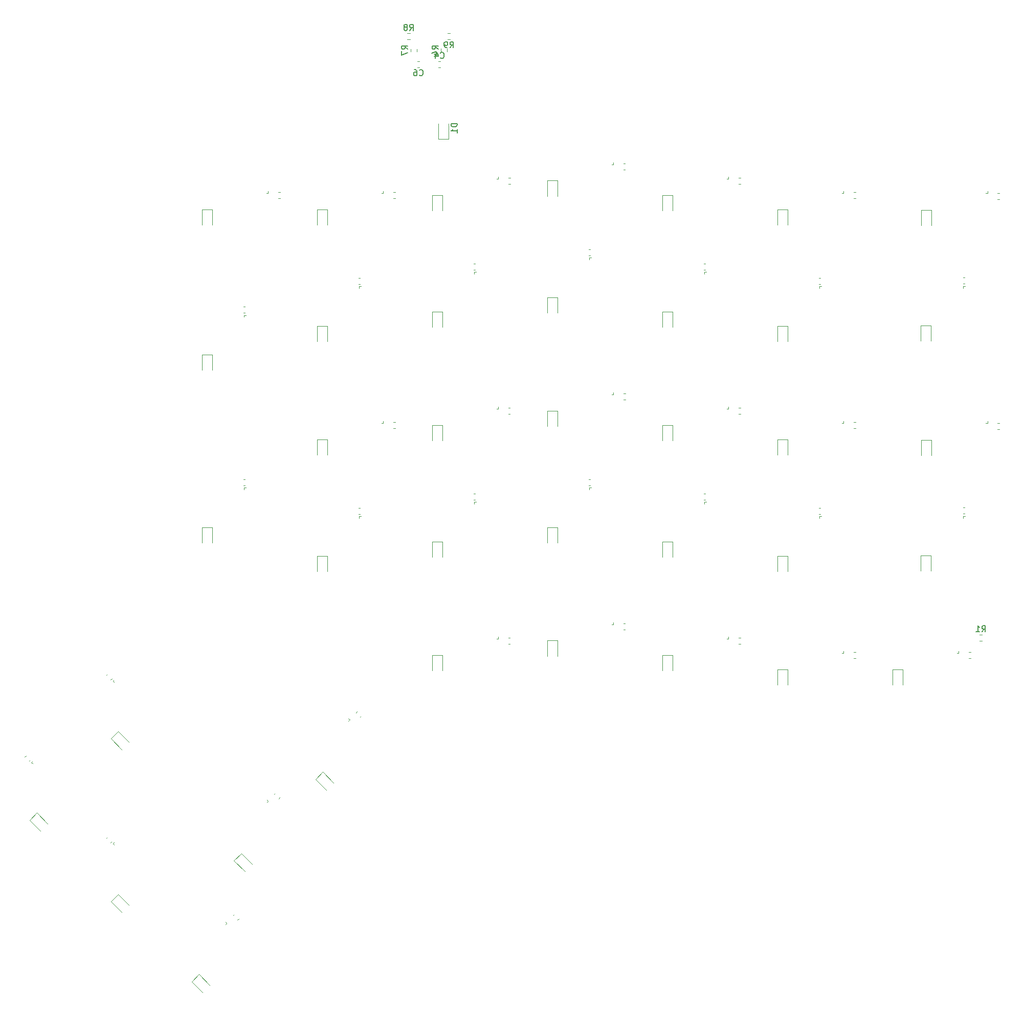
<source format=gbr>
%TF.GenerationSoftware,KiCad,Pcbnew,(5.1.8)-1*%
%TF.CreationDate,2022-07-09T18:06:19+10:00*%
%TF.ProjectId,ergonomic_split_right,6572676f-6e6f-46d6-9963-5f73706c6974,rev?*%
%TF.SameCoordinates,Original*%
%TF.FileFunction,Legend,Bot*%
%TF.FilePolarity,Positive*%
%FSLAX46Y46*%
G04 Gerber Fmt 4.6, Leading zero omitted, Abs format (unit mm)*
G04 Created by KiCad (PCBNEW (5.1.8)-1) date 2022-07-09 18:06:19*
%MOMM*%
%LPD*%
G01*
G04 APERTURE LIST*
%ADD10C,0.120000*%
%ADD11C,0.150000*%
G04 APERTURE END LIST*
D10*
%TO.C,SW12*%
X129578253Y-158935268D02*
X128376171Y-160137349D01*
X128376171Y-160137349D02*
X130179294Y-161940471D01*
X129578253Y-158935268D02*
X131381375Y-160738390D01*
X127589614Y-149654632D02*
X127788424Y-149455822D01*
X128310863Y-150375881D02*
X128509673Y-150177071D01*
X128888145Y-150345900D02*
X128676013Y-150558032D01*
X128676013Y-150558032D02*
X128888145Y-150770164D01*
%TO.C,SW1*%
X116089757Y-172428983D02*
X114887675Y-173631064D01*
X114887675Y-173631064D02*
X116690798Y-175434186D01*
X116089757Y-172428983D02*
X117892879Y-174232105D01*
X114101118Y-163148347D02*
X114299928Y-162949537D01*
X114822367Y-163869596D02*
X115021177Y-163670786D01*
X115399649Y-163839615D02*
X115187517Y-164051747D01*
X115187517Y-164051747D02*
X115399649Y-164263879D01*
%TO.C,SW35*%
X148610615Y-189444403D02*
X148809425Y-189245593D01*
X149331864Y-190165652D02*
X149530674Y-189966842D01*
X147542113Y-190756475D02*
X147329981Y-190544343D01*
X147329981Y-190968607D02*
X147542113Y-190756475D01*
X141724441Y-200379724D02*
X143527563Y-202182847D01*
X142926523Y-199177643D02*
X141724441Y-200379724D01*
X142926523Y-199177643D02*
X144729645Y-200980765D01*
%TO.C,C4*%
X182880580Y-48935100D02*
X182599420Y-48935100D01*
X182880580Y-47915100D02*
X182599420Y-47915100D01*
%TO.C,C6*%
X179120220Y-47915100D02*
X179401380Y-47915100D01*
X179120220Y-48935100D02*
X179401380Y-48935100D01*
%TO.C,D1*%
X184288800Y-60839480D02*
X182588800Y-60839480D01*
X184288800Y-60839480D02*
X184288800Y-58289480D01*
X182588800Y-60839480D02*
X182588800Y-58289480D01*
%TO.C,R1*%
X272600958Y-142898600D02*
X272126442Y-142898600D01*
X272600958Y-143943600D02*
X272126442Y-143943600D01*
%TO.C,R4*%
X184024800Y-45850542D02*
X184024800Y-46325058D01*
X182979800Y-45850542D02*
X182979800Y-46325058D01*
%TO.C,R7*%
X177950600Y-45863242D02*
X177950600Y-46337758D01*
X178995600Y-45863242D02*
X178995600Y-46337758D01*
%TO.C,R8*%
X177885358Y-43267100D02*
X177410842Y-43267100D01*
X177885358Y-44312100D02*
X177410842Y-44312100D01*
%TO.C,R9*%
X184077342Y-43267100D02*
X184551858Y-43267100D01*
X184077342Y-44312100D02*
X184551858Y-44312100D01*
%TO.C,SW2*%
X273458760Y-69771310D02*
X273458760Y-69471310D01*
X273158760Y-69771310D02*
X273458760Y-69771310D01*
X275121760Y-70758780D02*
X275402920Y-70758780D01*
X275121760Y-69738780D02*
X275402920Y-69738780D01*
X264159100Y-72563860D02*
X264159100Y-75113860D01*
X262459100Y-72563860D02*
X262459100Y-75113860D01*
X264159100Y-72563860D02*
X262459100Y-72563860D01*
%TO.C,SW3*%
X269759960Y-85222460D02*
X269459960Y-85222460D01*
X269459960Y-85222460D02*
X269459960Y-85522460D01*
X269406760Y-84754180D02*
X269687920Y-84754180D01*
X269406760Y-83734180D02*
X269687920Y-83734180D01*
X264108300Y-91690060D02*
X264108300Y-94240060D01*
X262408300Y-91690060D02*
X262408300Y-94240060D01*
X264108300Y-91690060D02*
X262408300Y-91690060D01*
%TO.C,SW4*%
X264159100Y-110663860D02*
X262459100Y-110663860D01*
X262459100Y-110663860D02*
X262459100Y-113213860D01*
X264159100Y-110663860D02*
X264159100Y-113213860D01*
X275121760Y-107838780D02*
X275402920Y-107838780D01*
X275121760Y-108858780D02*
X275402920Y-108858780D01*
X273158760Y-107871310D02*
X273458760Y-107871310D01*
X273458760Y-107871310D02*
X273458760Y-107571310D01*
%TO.C,SW5*%
X264105760Y-129787520D02*
X262405760Y-129787520D01*
X262405760Y-129787520D02*
X262405760Y-132337520D01*
X264105760Y-129787520D02*
X264105760Y-132337520D01*
X269404220Y-121831640D02*
X269685380Y-121831640D01*
X269404220Y-122851640D02*
X269685380Y-122851640D01*
X269457420Y-123319920D02*
X269457420Y-123619920D01*
X269757420Y-123319920D02*
X269457420Y-123319920D01*
%TO.C,SW6*%
X129578253Y-185922768D02*
X128376171Y-187124849D01*
X128376171Y-187124849D02*
X130179294Y-188927971D01*
X129578253Y-185922768D02*
X131381375Y-187725890D01*
X127589614Y-176642132D02*
X127788424Y-176443322D01*
X128310863Y-177363381D02*
X128509673Y-177164571D01*
X128888145Y-177333400D02*
X128676013Y-177545532D01*
X128676013Y-177545532D02*
X128888145Y-177757664D01*
%TO.C,SW7*%
X164227880Y-72462260D02*
X164227880Y-75012260D01*
X164227880Y-72462260D02*
X162527880Y-72462260D01*
X162527880Y-72462260D02*
X162527880Y-75012260D01*
X173146260Y-69771310D02*
X173446260Y-69771310D01*
X173446260Y-69771310D02*
X173446260Y-69471310D01*
X175129580Y-70619080D02*
X175410740Y-70619080D01*
X175129580Y-69599080D02*
X175410740Y-69599080D01*
%TO.C,SW8*%
X169447460Y-85222460D02*
X169447460Y-85522460D01*
X169747460Y-85222460D02*
X169447460Y-85222460D01*
X169318060Y-84835460D02*
X169599220Y-84835460D01*
X169318060Y-83815460D02*
X169599220Y-83815460D01*
X164161840Y-91784040D02*
X164161840Y-94334040D01*
X162461840Y-91784040D02*
X162461840Y-94334040D01*
X164161840Y-91784040D02*
X162461840Y-91784040D01*
%TO.C,SW9*%
X175129580Y-107699080D02*
X175410740Y-107699080D01*
X175129580Y-108719080D02*
X175410740Y-108719080D01*
X173446260Y-107871310D02*
X173446260Y-107571310D01*
X173146260Y-107871310D02*
X173446260Y-107871310D01*
X162527880Y-110562260D02*
X162527880Y-113112260D01*
X164227880Y-110562260D02*
X162527880Y-110562260D01*
X164227880Y-110562260D02*
X164227880Y-113112260D01*
%TO.C,SW10*%
X169447460Y-123322460D02*
X169447460Y-123622460D01*
X169747460Y-123322460D02*
X169447460Y-123322460D01*
X169318060Y-122935460D02*
X169599220Y-122935460D01*
X169318060Y-121915460D02*
X169599220Y-121915460D01*
X164161840Y-129884040D02*
X164161840Y-132434040D01*
X162461840Y-129884040D02*
X162461840Y-132434040D01*
X164161840Y-129884040D02*
X162461840Y-129884040D01*
%TO.C,SW11*%
X240427880Y-148662260D02*
X240427880Y-151212260D01*
X240427880Y-148662260D02*
X238727880Y-148662260D01*
X238727880Y-148662260D02*
X238727880Y-151212260D01*
X249346260Y-145971310D02*
X249646260Y-145971310D01*
X249646260Y-145971310D02*
X249646260Y-145671310D01*
X251329580Y-146819080D02*
X251610740Y-146819080D01*
X251329580Y-145799080D02*
X251610740Y-145799080D01*
%TO.C,SW13*%
X194179580Y-67217830D02*
X194460740Y-67217830D01*
X194179580Y-68237830D02*
X194460740Y-68237830D01*
X192496260Y-67390060D02*
X192496260Y-67090060D01*
X192196260Y-67390060D02*
X192496260Y-67390060D01*
X181577880Y-70081010D02*
X181577880Y-72631010D01*
X183277880Y-70081010D02*
X181577880Y-70081010D01*
X183277880Y-70081010D02*
X183277880Y-72631010D01*
%TO.C,SW14*%
X183211840Y-89402790D02*
X181511840Y-89402790D01*
X181511840Y-89402790D02*
X181511840Y-91952790D01*
X183211840Y-89402790D02*
X183211840Y-91952790D01*
X188368060Y-81434210D02*
X188649220Y-81434210D01*
X188368060Y-82454210D02*
X188649220Y-82454210D01*
X188797460Y-82841210D02*
X188497460Y-82841210D01*
X188497460Y-82841210D02*
X188497460Y-83141210D01*
%TO.C,SW15*%
X194175840Y-105314140D02*
X194457000Y-105314140D01*
X194175840Y-106334140D02*
X194457000Y-106334140D01*
X192492520Y-105486370D02*
X192492520Y-105186370D01*
X192192520Y-105486370D02*
X192492520Y-105486370D01*
X181574140Y-108177320D02*
X181574140Y-110727320D01*
X183274140Y-108177320D02*
X181574140Y-108177320D01*
X183274140Y-108177320D02*
X183274140Y-110727320D01*
%TO.C,SW16*%
X183211840Y-127502790D02*
X181511840Y-127502790D01*
X181511840Y-127502790D02*
X181511840Y-130052790D01*
X183211840Y-127502790D02*
X183211840Y-130052790D01*
X188368060Y-119534210D02*
X188649220Y-119534210D01*
X188368060Y-120554210D02*
X188649220Y-120554210D01*
X188797460Y-120941210D02*
X188497460Y-120941210D01*
X188497460Y-120941210D02*
X188497460Y-121241210D01*
%TO.C,SW17*%
X183274140Y-146277320D02*
X183274140Y-148827320D01*
X183274140Y-146277320D02*
X181574140Y-146277320D01*
X181574140Y-146277320D02*
X181574140Y-148827320D01*
X192192520Y-143586370D02*
X192492520Y-143586370D01*
X192492520Y-143586370D02*
X192492520Y-143286370D01*
X194175840Y-144434140D02*
X194457000Y-144434140D01*
X194175840Y-143414140D02*
X194457000Y-143414140D01*
%TO.C,SW18*%
X154401383Y-170502515D02*
X154189251Y-170290383D01*
X154189251Y-170714647D02*
X154401383Y-170502515D01*
X156113903Y-170078724D02*
X156312714Y-169879914D01*
X155392655Y-169357476D02*
X155591465Y-169158665D01*
X149925885Y-179142801D02*
X151729007Y-180945923D01*
X148723803Y-180344883D02*
X150526925Y-182148005D01*
X149925885Y-179142801D02*
X148723803Y-180344883D01*
%TO.C,SW19*%
X202324140Y-67696070D02*
X202324140Y-70246070D01*
X202324140Y-67696070D02*
X200624140Y-67696070D01*
X200624140Y-67696070D02*
X200624140Y-70246070D01*
X211242520Y-65005120D02*
X211542520Y-65005120D01*
X211542520Y-65005120D02*
X211542520Y-64705120D01*
X213225840Y-65852890D02*
X213507000Y-65852890D01*
X213225840Y-64832890D02*
X213507000Y-64832890D01*
%TO.C,SW20*%
X202261840Y-87021540D02*
X200561840Y-87021540D01*
X200561840Y-87021540D02*
X200561840Y-89571540D01*
X202261840Y-87021540D02*
X202261840Y-89571540D01*
X207418060Y-79052960D02*
X207699220Y-79052960D01*
X207418060Y-80072960D02*
X207699220Y-80072960D01*
X207847460Y-80459960D02*
X207547460Y-80459960D01*
X207547460Y-80459960D02*
X207547460Y-80759960D01*
%TO.C,SW21*%
X202327880Y-105799760D02*
X202327880Y-108349760D01*
X202327880Y-105799760D02*
X200627880Y-105799760D01*
X200627880Y-105799760D02*
X200627880Y-108349760D01*
X211246260Y-103108810D02*
X211546260Y-103108810D01*
X211546260Y-103108810D02*
X211546260Y-102808810D01*
X213229580Y-103956580D02*
X213510740Y-103956580D01*
X213229580Y-102936580D02*
X213510740Y-102936580D01*
%TO.C,SW22*%
X207547460Y-118559960D02*
X207547460Y-118859960D01*
X207847460Y-118559960D02*
X207547460Y-118559960D01*
X207418060Y-118172960D02*
X207699220Y-118172960D01*
X207418060Y-117152960D02*
X207699220Y-117152960D01*
X202261840Y-125121540D02*
X202261840Y-127671540D01*
X200561840Y-125121540D02*
X200561840Y-127671540D01*
X202261840Y-125121540D02*
X200561840Y-125121540D01*
%TO.C,SW23*%
X213225840Y-141032890D02*
X213507000Y-141032890D01*
X213225840Y-142052890D02*
X213507000Y-142052890D01*
X211542520Y-141205120D02*
X211542520Y-140905120D01*
X211242520Y-141205120D02*
X211542520Y-141205120D01*
X200624140Y-143896070D02*
X200624140Y-146446070D01*
X202324140Y-143896070D02*
X200624140Y-143896070D01*
X202324140Y-143896070D02*
X202324140Y-146446070D01*
%TO.C,SW24*%
X163424889Y-165649016D02*
X162222807Y-166851098D01*
X162222807Y-166851098D02*
X164025929Y-168654220D01*
X163424889Y-165649016D02*
X165228011Y-167452138D01*
X168891659Y-155863691D02*
X169090469Y-155664880D01*
X169612907Y-156584939D02*
X169811718Y-156386129D01*
X167688255Y-157220862D02*
X167900387Y-157008730D01*
X167900387Y-157008730D02*
X167688255Y-156796598D01*
%TO.C,SW25*%
X232279580Y-67217830D02*
X232560740Y-67217830D01*
X232279580Y-68237830D02*
X232560740Y-68237830D01*
X230596260Y-67390060D02*
X230596260Y-67090060D01*
X230296260Y-67390060D02*
X230596260Y-67390060D01*
X219677880Y-70081010D02*
X219677880Y-72631010D01*
X221377880Y-70081010D02*
X219677880Y-70081010D01*
X221377880Y-70081010D02*
X221377880Y-72631010D01*
%TO.C,SW26*%
X226597460Y-82841210D02*
X226597460Y-83141210D01*
X226897460Y-82841210D02*
X226597460Y-82841210D01*
X226468060Y-82454210D02*
X226749220Y-82454210D01*
X226468060Y-81434210D02*
X226749220Y-81434210D01*
X221311840Y-89402790D02*
X221311840Y-91952790D01*
X219611840Y-89402790D02*
X219611840Y-91952790D01*
X221311840Y-89402790D02*
X219611840Y-89402790D01*
%TO.C,SW27*%
X221377880Y-108181010D02*
X221377880Y-110731010D01*
X221377880Y-108181010D02*
X219677880Y-108181010D01*
X219677880Y-108181010D02*
X219677880Y-110731010D01*
X230296260Y-105490060D02*
X230596260Y-105490060D01*
X230596260Y-105490060D02*
X230596260Y-105190060D01*
X232279580Y-106337830D02*
X232560740Y-106337830D01*
X232279580Y-105317830D02*
X232560740Y-105317830D01*
%TO.C,SW28*%
X226597460Y-120941210D02*
X226597460Y-121241210D01*
X226897460Y-120941210D02*
X226597460Y-120941210D01*
X226468060Y-120554210D02*
X226749220Y-120554210D01*
X226468060Y-119534210D02*
X226749220Y-119534210D01*
X221311840Y-127502790D02*
X221311840Y-130052790D01*
X219611840Y-127502790D02*
X219611840Y-130052790D01*
X221311840Y-127502790D02*
X219611840Y-127502790D01*
%TO.C,SW29*%
X232279580Y-143417830D02*
X232560740Y-143417830D01*
X232279580Y-144437830D02*
X232560740Y-144437830D01*
X230596260Y-143590060D02*
X230596260Y-143290060D01*
X230296260Y-143590060D02*
X230596260Y-143590060D01*
X219677880Y-146281010D02*
X219677880Y-148831010D01*
X221377880Y-146281010D02*
X219677880Y-146281010D01*
X221377880Y-146281010D02*
X221377880Y-148831010D01*
%TO.C,SW30*%
X270379580Y-145799080D02*
X270660740Y-145799080D01*
X270379580Y-146819080D02*
X270660740Y-146819080D01*
X268696260Y-145971310D02*
X268696260Y-145671310D01*
X268396260Y-145971310D02*
X268696260Y-145971310D01*
X257777880Y-148662260D02*
X257777880Y-151212260D01*
X259477880Y-148662260D02*
X257777880Y-148662260D01*
X259477880Y-148662260D02*
X259477880Y-151212260D01*
%TO.C,SW31*%
X240427880Y-72462260D02*
X240427880Y-75012260D01*
X240427880Y-72462260D02*
X238727880Y-72462260D01*
X238727880Y-72462260D02*
X238727880Y-75012260D01*
X249346260Y-69771310D02*
X249646260Y-69771310D01*
X249646260Y-69771310D02*
X249646260Y-69471310D01*
X251329580Y-70619080D02*
X251610740Y-70619080D01*
X251329580Y-69599080D02*
X251610740Y-69599080D01*
%TO.C,SW32*%
X240361840Y-91784040D02*
X238661840Y-91784040D01*
X238661840Y-91784040D02*
X238661840Y-94334040D01*
X240361840Y-91784040D02*
X240361840Y-94334040D01*
X245518060Y-83815460D02*
X245799220Y-83815460D01*
X245518060Y-84835460D02*
X245799220Y-84835460D01*
X245947460Y-85222460D02*
X245647460Y-85222460D01*
X245647460Y-85222460D02*
X245647460Y-85522460D01*
%TO.C,SW33*%
X251329580Y-107699080D02*
X251610740Y-107699080D01*
X251329580Y-108719080D02*
X251610740Y-108719080D01*
X249646260Y-107871310D02*
X249646260Y-107571310D01*
X249346260Y-107871310D02*
X249646260Y-107871310D01*
X238727880Y-110562260D02*
X238727880Y-113112260D01*
X240427880Y-110562260D02*
X238727880Y-110562260D01*
X240427880Y-110562260D02*
X240427880Y-113112260D01*
%TO.C,SW34*%
X240358100Y-129880350D02*
X238658100Y-129880350D01*
X238658100Y-129880350D02*
X238658100Y-132430350D01*
X240358100Y-129880350D02*
X240358100Y-132430350D01*
X245514320Y-121911770D02*
X245795480Y-121911770D01*
X245514320Y-122931770D02*
X245795480Y-122931770D01*
X245943720Y-123318770D02*
X245643720Y-123318770D01*
X245643720Y-123318770D02*
X245643720Y-123618770D01*
%TO.C,SW36*%
X145111840Y-96546540D02*
X143411840Y-96546540D01*
X143411840Y-96546540D02*
X143411840Y-99096540D01*
X145111840Y-96546540D02*
X145111840Y-99096540D01*
X150268060Y-88577960D02*
X150549220Y-88577960D01*
X150268060Y-89597960D02*
X150549220Y-89597960D01*
X150697460Y-89984960D02*
X150397460Y-89984960D01*
X150397460Y-89984960D02*
X150397460Y-90284960D01*
%TO.C,SW37*%
X150397460Y-118559960D02*
X150397460Y-118859960D01*
X150697460Y-118559960D02*
X150397460Y-118559960D01*
X150268060Y-118172960D02*
X150549220Y-118172960D01*
X150268060Y-117152960D02*
X150549220Y-117152960D01*
X145111840Y-125121540D02*
X145111840Y-127671540D01*
X143411840Y-125121540D02*
X143411840Y-127671540D01*
X145111840Y-125121540D02*
X143411840Y-125121540D01*
%TO.C,SW39*%
X156079580Y-69599080D02*
X156360740Y-69599080D01*
X156079580Y-70619080D02*
X156360740Y-70619080D01*
X154396260Y-69771310D02*
X154396260Y-69471310D01*
X154096260Y-69771310D02*
X154396260Y-69771310D01*
X143477880Y-72462260D02*
X143477880Y-75012260D01*
X145177880Y-72462260D02*
X143477880Y-72462260D01*
X145177880Y-72462260D02*
X145177880Y-75012260D01*
%TO.C,C4*%
D11*
X182906666Y-47352242D02*
X182954285Y-47399861D01*
X183097142Y-47447480D01*
X183192380Y-47447480D01*
X183335238Y-47399861D01*
X183430476Y-47304623D01*
X183478095Y-47209385D01*
X183525714Y-47018909D01*
X183525714Y-46876052D01*
X183478095Y-46685576D01*
X183430476Y-46590338D01*
X183335238Y-46495100D01*
X183192380Y-46447480D01*
X183097142Y-46447480D01*
X182954285Y-46495100D01*
X182906666Y-46542719D01*
X182049523Y-46780814D02*
X182049523Y-47447480D01*
X182287619Y-46399861D02*
X182525714Y-47114147D01*
X181906666Y-47114147D01*
%TO.C,C6*%
X179427466Y-50212242D02*
X179475085Y-50259861D01*
X179617942Y-50307480D01*
X179713180Y-50307480D01*
X179856038Y-50259861D01*
X179951276Y-50164623D01*
X179998895Y-50069385D01*
X180046514Y-49878909D01*
X180046514Y-49736052D01*
X179998895Y-49545576D01*
X179951276Y-49450338D01*
X179856038Y-49355100D01*
X179713180Y-49307480D01*
X179617942Y-49307480D01*
X179475085Y-49355100D01*
X179427466Y-49402719D01*
X178570323Y-49307480D02*
X178760800Y-49307480D01*
X178856038Y-49355100D01*
X178903657Y-49402719D01*
X178998895Y-49545576D01*
X179046514Y-49736052D01*
X179046514Y-50117004D01*
X178998895Y-50212242D01*
X178951276Y-50259861D01*
X178856038Y-50307480D01*
X178665561Y-50307480D01*
X178570323Y-50259861D01*
X178522704Y-50212242D01*
X178475085Y-50117004D01*
X178475085Y-49878909D01*
X178522704Y-49783671D01*
X178570323Y-49736052D01*
X178665561Y-49688433D01*
X178856038Y-49688433D01*
X178951276Y-49736052D01*
X178998895Y-49783671D01*
X179046514Y-49878909D01*
%TO.C,D1*%
X185664100Y-58222924D02*
X184664100Y-58222924D01*
X184664100Y-58461020D01*
X184711720Y-58603877D01*
X184806958Y-58699115D01*
X184902196Y-58746734D01*
X185092672Y-58794353D01*
X185235529Y-58794353D01*
X185426005Y-58746734D01*
X185521243Y-58699115D01*
X185616481Y-58603877D01*
X185664100Y-58461020D01*
X185664100Y-58222924D01*
X185664100Y-59746734D02*
X185664100Y-59175305D01*
X185664100Y-59461020D02*
X184664100Y-59461020D01*
X184806958Y-59365781D01*
X184902196Y-59270543D01*
X184949815Y-59175305D01*
%TO.C,R1*%
X272530366Y-142443480D02*
X272863700Y-141967290D01*
X273101795Y-142443480D02*
X273101795Y-141443480D01*
X272720842Y-141443480D01*
X272625604Y-141491100D01*
X272577985Y-141538719D01*
X272530366Y-141633957D01*
X272530366Y-141776814D01*
X272577985Y-141872052D01*
X272625604Y-141919671D01*
X272720842Y-141967290D01*
X273101795Y-141967290D01*
X271577985Y-142443480D02*
X272149414Y-142443480D01*
X271863700Y-142443480D02*
X271863700Y-141443480D01*
X271958938Y-141586338D01*
X272054176Y-141681576D01*
X272149414Y-141729195D01*
%TO.C,R4*%
X182524680Y-45921133D02*
X182048490Y-45587800D01*
X182524680Y-45349704D02*
X181524680Y-45349704D01*
X181524680Y-45730657D01*
X181572300Y-45825895D01*
X181619919Y-45873514D01*
X181715157Y-45921133D01*
X181858014Y-45921133D01*
X181953252Y-45873514D01*
X182000871Y-45825895D01*
X182048490Y-45730657D01*
X182048490Y-45349704D01*
X181858014Y-46778276D02*
X182524680Y-46778276D01*
X181477061Y-46540180D02*
X182191347Y-46302085D01*
X182191347Y-46921133D01*
%TO.C,R7*%
X177495480Y-45933833D02*
X177019290Y-45600500D01*
X177495480Y-45362404D02*
X176495480Y-45362404D01*
X176495480Y-45743357D01*
X176543100Y-45838595D01*
X176590719Y-45886214D01*
X176685957Y-45933833D01*
X176828814Y-45933833D01*
X176924052Y-45886214D01*
X176971671Y-45838595D01*
X177019290Y-45743357D01*
X177019290Y-45362404D01*
X176495480Y-46267166D02*
X176495480Y-46933833D01*
X177495480Y-46505261D01*
%TO.C,R8*%
X177814766Y-42811980D02*
X178148100Y-42335790D01*
X178386195Y-42811980D02*
X178386195Y-41811980D01*
X178005242Y-41811980D01*
X177910004Y-41859600D01*
X177862385Y-41907219D01*
X177814766Y-42002457D01*
X177814766Y-42145314D01*
X177862385Y-42240552D01*
X177910004Y-42288171D01*
X178005242Y-42335790D01*
X178386195Y-42335790D01*
X177243338Y-42240552D02*
X177338576Y-42192933D01*
X177386195Y-42145314D01*
X177433814Y-42050076D01*
X177433814Y-42002457D01*
X177386195Y-41907219D01*
X177338576Y-41859600D01*
X177243338Y-41811980D01*
X177052861Y-41811980D01*
X176957623Y-41859600D01*
X176910004Y-41907219D01*
X176862385Y-42002457D01*
X176862385Y-42050076D01*
X176910004Y-42145314D01*
X176957623Y-42192933D01*
X177052861Y-42240552D01*
X177243338Y-42240552D01*
X177338576Y-42288171D01*
X177386195Y-42335790D01*
X177433814Y-42431028D01*
X177433814Y-42621504D01*
X177386195Y-42716742D01*
X177338576Y-42764361D01*
X177243338Y-42811980D01*
X177052861Y-42811980D01*
X176957623Y-42764361D01*
X176910004Y-42716742D01*
X176862385Y-42621504D01*
X176862385Y-42431028D01*
X176910004Y-42335790D01*
X176957623Y-42288171D01*
X177052861Y-42240552D01*
%TO.C,R9*%
X184481266Y-45671980D02*
X184814600Y-45195790D01*
X185052695Y-45671980D02*
X185052695Y-44671980D01*
X184671742Y-44671980D01*
X184576504Y-44719600D01*
X184528885Y-44767219D01*
X184481266Y-44862457D01*
X184481266Y-45005314D01*
X184528885Y-45100552D01*
X184576504Y-45148171D01*
X184671742Y-45195790D01*
X185052695Y-45195790D01*
X184005076Y-45671980D02*
X183814600Y-45671980D01*
X183719361Y-45624361D01*
X183671742Y-45576742D01*
X183576504Y-45433885D01*
X183528885Y-45243409D01*
X183528885Y-44862457D01*
X183576504Y-44767219D01*
X183624123Y-44719600D01*
X183719361Y-44671980D01*
X183909838Y-44671980D01*
X184005076Y-44719600D01*
X184052695Y-44767219D01*
X184100314Y-44862457D01*
X184100314Y-45100552D01*
X184052695Y-45195790D01*
X184005076Y-45243409D01*
X183909838Y-45291028D01*
X183719361Y-45291028D01*
X183624123Y-45243409D01*
X183576504Y-45195790D01*
X183528885Y-45100552D01*
%TD*%
M02*

</source>
